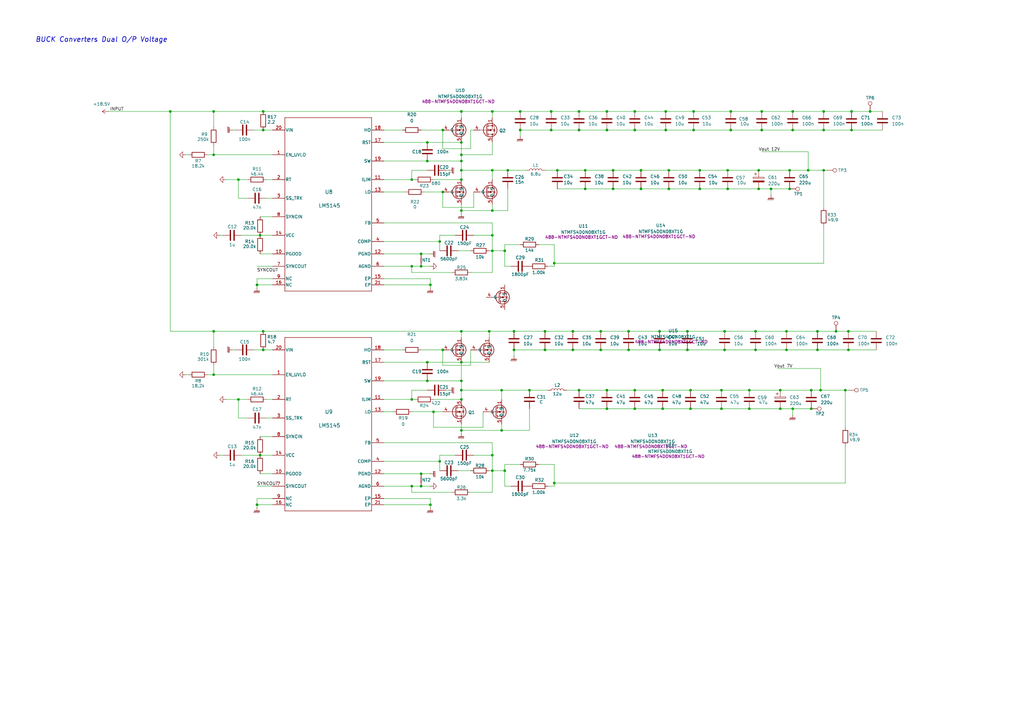
<source format=kicad_sch>
(kicad_sch (version 20231120) (generator "eeschema") (generator_version "8.0")
  (paper "A3")
  (junction (at 311.15 77.47))
  (junction (at 307.34 167.64))
  (junction (at 107.95 143.51))
  (junction (at 331.47 69.85))
  (junction (at 189.23 156.21))
  (junction (at 181.61 53.34))
  (junction (at 335.28 135.89))
  (junction (at 311.15 69.85))
  (junction (at 251.46 77.47))
  (junction (at 246.38 143.51))
  (junction (at 295.91 160.02))
  (junction (at 260.35 167.64))
  (junction (at 227.33 107.95))
  (junction (at 201.93 69.85))
  (junction (at 257.81 135.89))
  (junction (at 349.25 45.72))
  (junction (at 175.26 156.21))
  (junction (at 349.25 53.34))
  (junction (at 337.82 69.85))
  (junction (at 234.95 143.51))
  (junction (at 189.23 148.59))
  (junction (at 248.92 160.02))
  (junction (at 237.49 160.02))
  (junction (at 217.17 160.02))
  (junction (at 260.35 53.34))
  (junction (at 87.63 135.89))
  (junction (at 342.9 135.89))
  (junction (at 172.72 194.31))
  (junction (at 299.72 53.34))
  (junction (at 336.55 160.02))
  (junction (at 87.63 45.72))
  (junction (at 262.89 69.85))
  (junction (at 248.92 45.72))
  (junction (at 248.92 167.64))
  (junction (at 347.98 143.51))
  (junction (at 284.48 53.34))
  (junction (at 201.93 186.69))
  (junction (at 356.87 45.72))
  (junction (at 240.03 69.85))
  (junction (at 237.49 45.72))
  (junction (at 287.02 77.47))
  (junction (at 298.45 77.47))
  (junction (at 172.72 109.22))
  (junction (at 312.42 53.34))
  (junction (at 325.12 167.64))
  (junction (at 97.79 163.83))
  (junction (at 168.91 199.39))
  (junction (at 270.51 143.51))
  (junction (at 223.52 143.51))
  (junction (at 323.85 77.47))
  (junction (at 181.61 78.74))
  (junction (at 337.82 53.34))
  (junction (at 226.06 53.34))
  (junction (at 172.72 104.14))
  (junction (at 168.91 73.66))
  (junction (at 260.35 160.02))
  (junction (at 309.88 143.51))
  (junction (at 237.49 53.34))
  (junction (at 274.32 69.85))
  (junction (at 69.85 45.72))
  (junction (at 106.68 96.52))
  (junction (at 189.23 135.89))
  (junction (at 180.34 189.23))
  (junction (at 213.36 45.72))
  (junction (at 176.53 116.84))
  (junction (at 262.89 77.47))
  (junction (at 189.23 63.5))
  (junction (at 312.42 45.72))
  (junction (at 283.21 167.64))
  (junction (at 175.26 66.04))
  (junction (at 322.58 143.51))
  (junction (at 200.66 135.89))
  (junction (at 271.78 167.64))
  (junction (at 205.74 176.53))
  (junction (at 107.95 53.34))
  (junction (at 297.18 143.51))
  (junction (at 297.18 135.89))
  (junction (at 210.82 135.89))
  (junction (at 105.41 207.01))
  (junction (at 181.61 143.51))
  (junction (at 257.81 143.51))
  (junction (at 189.23 163.83))
  (junction (at 287.02 69.85))
  (junction (at 281.94 135.89))
  (junction (at 246.38 135.89))
  (junction (at 223.52 135.89))
  (junction (at 189.23 176.53))
  (junction (at 180.34 99.06))
  (junction (at 270.51 135.89))
  (junction (at 325.12 45.72))
  (junction (at 189.23 86.36))
  (junction (at 168.91 109.22))
  (junction (at 281.94 143.51))
  (junction (at 337.82 45.72))
  (junction (at 298.45 69.85))
  (junction (at 213.36 53.34))
  (junction (at 332.74 160.02))
  (junction (at 189.23 45.72))
  (junction (at 234.95 135.89))
  (junction (at 201.93 96.52))
  (junction (at 172.72 199.39))
  (junction (at 207.01 102.87))
  (junction (at 175.26 148.59))
  (junction (at 283.21 160.02))
  (junction (at 189.23 69.85))
  (junction (at 273.05 45.72))
  (junction (at 107.95 135.89))
  (junction (at 201.93 193.04))
  (junction (at 87.63 63.5))
  (junction (at 189.23 160.02))
  (junction (at 208.28 69.85))
  (junction (at 320.04 160.02))
  (junction (at 189.23 73.66))
  (junction (at 251.46 69.85))
  (junction (at 240.03 77.47))
  (junction (at 347.98 135.89))
  (junction (at 309.88 135.89))
  (junction (at 87.63 153.67))
  (junction (at 189.23 58.42))
  (junction (at 168.91 163.83))
  (junction (at 106.68 186.69))
  (junction (at 210.82 143.51))
  (junction (at 322.58 135.89))
  (junction (at 307.34 160.02))
  (junction (at 175.26 58.42))
  (junction (at 228.6 69.85))
  (junction (at 97.79 73.66))
  (junction (at 335.28 143.51))
  (junction (at 201.93 45.72))
  (junction (at 189.23 66.04))
  (junction (at 325.12 53.34))
  (junction (at 316.23 77.47))
  (junction (at 284.48 45.72))
  (junction (at 201.93 86.36))
  (junction (at 273.05 53.34))
  (junction (at 271.78 160.02))
  (junction (at 227.33 198.12))
  (junction (at 105.41 116.84))
  (junction (at 323.85 69.85))
  (junction (at 332.74 167.64))
  (junction (at 248.92 53.34))
  (junction (at 177.8 168.91))
  (junction (at 205.74 160.02))
  (junction (at 207.01 193.04))
  (junction (at 226.06 45.72))
  (junction (at 260.35 45.72))
  (junction (at 295.91 167.64))
  (junction (at 299.72 45.72))
  (junction (at 346.71 160.02))
  (junction (at 201.93 102.87))
  (junction (at 320.04 167.64))
  (junction (at 107.95 45.72))
  (junction (at 274.32 77.47))
  (junction (at 176.53 207.01))
  (wire (pts (xy 201.93 181.61) (xy 201.93 186.69)))
  (wire (pts (xy 189.23 86.36) (xy 201.93 86.36)))
  (wire (pts (xy 284.48 45.72) (xy 299.72 45.72)))
  (wire (pts (xy 325.12 170.18) (xy 325.12 167.64)))
  (wire (pts (xy 224.79 109.22) (xy 227.33 109.22)))
  (wire (pts (xy 251.46 77.47) (xy 262.89 77.47)))
  (wire (pts (xy 106.68 194.31) (xy 111.76 194.31)))
  (wire (pts (xy 349.25 45.72) (xy 356.87 45.72)))
  (wire (pts (xy 177.8 73.66) (xy 189.23 73.66)))
  (wire (pts (xy 220.98 100.33) (xy 227.33 100.33)))
  (wire (pts (xy 182.88 160.02) (xy 184.15 160.02)))
  (wire (pts (xy 205.74 160.02) (xy 217.17 160.02)))
  (wire (pts (xy 194.31 85.09) (xy 181.61 85.09)))
  (wire (pts (xy 312.42 45.72) (xy 325.12 45.72)))
  (wire (pts (xy 189.23 87.63) (xy 189.23 86.36)))
  (wire (pts (xy 201.93 91.44) (xy 201.93 96.52)))
  (wire (pts (xy 193.04 143.51) (xy 193.04 149.86)))
  (wire (pts (xy 207.01 100.33) (xy 207.01 102.87)))
  (wire (pts (xy 208.28 77.47) (xy 208.28 86.36)))
  (wire (pts (xy 168.91 109.22) (xy 172.72 109.22)))
  (wire (pts (xy 299.72 53.34) (xy 312.42 53.34)))
  (wire (pts (xy 177.8 175.26) (xy 177.8 168.91)))
  (wire (pts (xy 227.33 107.95) (xy 337.82 107.95)))
  (wire (pts (xy 194.31 186.69) (xy 201.93 186.69)))
  (wire (pts (xy 257.81 135.89) (xy 270.51 135.89)))
  (wire (pts (xy 189.23 86.36) (xy 189.23 83.82)))
  (wire (pts (xy 189.23 135.89) (xy 200.66 135.89)))
  (wire (pts (xy 207.01 199.39) (xy 209.55 199.39)))
  (wire (pts (xy 99.06 186.69) (xy 106.68 186.69)))
  (wire (pts (xy 205.74 160.02) (xy 205.74 163.83)))
  (wire (pts (xy 107.95 143.51) (xy 111.76 143.51)))
  (wire (pts (xy 96.52 53.34) (xy 95.25 53.34)))
  (wire (pts (xy 237.49 167.64) (xy 248.92 167.64)))
  (wire (pts (xy 336.55 160.02) (xy 346.71 160.02)))
  (wire (pts (xy 248.92 160.02) (xy 260.35 160.02)))
  (wire (pts (xy 186.69 96.52) (xy 180.34 96.52)))
  (wire (pts (xy 172.72 109.22) (xy 176.53 109.22)))
  (wire (pts (xy 168.91 201.93) (xy 185.42 201.93)))
  (wire (pts (xy 331.47 62.23) (xy 331.47 69.85)))
  (wire (pts (xy 234.95 135.89) (xy 246.38 135.89)))
  (wire (pts (xy 157.48 194.31) (xy 172.72 194.31)))
  (wire (pts (xy 273.05 45.72) (xy 284.48 45.72)))
  (wire (pts (xy 246.38 135.89) (xy 257.81 135.89)))
  (wire (pts (xy 105.41 207.01) (xy 111.76 207.01)))
  (wire (pts (xy 193.04 60.96) (xy 181.61 60.96)))
  (wire (pts (xy 273.05 53.34) (xy 284.48 53.34)))
  (wire (pts (xy 200.66 135.89) (xy 210.82 135.89)))
  (wire (pts (xy 172.72 143.51) (xy 181.61 143.51)))
  (wire (pts (xy 189.23 58.42) (xy 189.23 63.5)))
  (wire (pts (xy 287.02 69.85) (xy 298.45 69.85)))
  (wire (pts (xy 194.31 96.52) (xy 201.93 96.52)))
  (wire (pts (xy 90.17 96.52) (xy 91.44 96.52)))
  (wire (pts (xy 180.34 102.87) (xy 180.34 99.06)))
  (wire (pts (xy 107.95 53.34) (xy 111.76 53.34)))
  (wire (pts (xy 200.66 193.04) (xy 201.93 193.04)))
  (wire (pts (xy 168.91 69.85) (xy 168.91 73.66)))
  (wire (pts (xy 168.91 160.02) (xy 175.26 160.02)))
  (wire (pts (xy 105.41 116.84) (xy 105.41 118.11)))
  (wire (pts (xy 201.93 102.87) (xy 207.01 102.87)))
  (wire (pts (xy 260.35 160.02) (xy 271.78 160.02)))
  (wire (pts (xy 168.91 69.85) (xy 175.26 69.85)))
  (wire (pts (xy 283.21 167.64) (xy 295.91 167.64)))
  (wire (pts (xy 157.48 91.44) (xy 201.93 91.44)))
  (wire (pts (xy 180.34 96.52) (xy 180.34 99.06)))
  (wire (pts (xy 181.61 85.09) (xy 181.61 78.74)))
  (wire (pts (xy 201.93 69.85) (xy 201.93 73.66)))
  (wire (pts (xy 228.6 69.85) (xy 240.03 69.85)))
  (wire (pts (xy 104.14 53.34) (xy 107.95 53.34)))
  (wire (pts (xy 107.95 45.72) (xy 189.23 45.72)))
  (wire (pts (xy 217.17 167.64) (xy 217.17 176.53)))
  (wire (pts (xy 201.93 63.5) (xy 189.23 63.5)))
  (wire (pts (xy 213.36 45.72) (xy 226.06 45.72)))
  (wire (pts (xy 107.95 135.89) (xy 189.23 135.89)))
  (wire (pts (xy 240.03 69.85) (xy 251.46 69.85)))
  (wire (pts (xy 223.52 135.89) (xy 234.95 135.89)))
  (wire (pts (xy 260.35 45.72) (xy 273.05 45.72)))
  (wire (pts (xy 77.47 153.67) (xy 76.2 153.67)))
  (wire (pts (xy 270.51 143.51) (xy 281.94 143.51)))
  (wire (pts (xy 227.33 107.95) (xy 227.33 109.22)))
  (wire (pts (xy 170.18 163.83) (xy 168.91 163.83)))
  (wire (pts (xy 109.22 73.66) (xy 111.76 73.66)))
  (wire (pts (xy 322.58 135.89) (xy 335.28 135.89)))
  (wire (pts (xy 307.34 167.64) (xy 320.04 167.64)))
  (wire (pts (xy 189.23 63.5) (xy 189.23 66.04)))
  (wire (pts (xy 193.04 149.86) (xy 181.61 149.86)))
  (wire (pts (xy 176.53 114.3) (xy 176.53 116.84)))
  (wire (pts (xy 347.98 143.51) (xy 359.41 143.51)))
  (wire (pts (xy 201.93 186.69) (xy 201.93 193.04)))
  (wire (pts (xy 281.94 143.51) (xy 297.18 143.51)))
  (wire (pts (xy 87.63 59.69) (xy 87.63 63.5)))
  (wire (pts (xy 105.41 204.47) (xy 111.76 204.47)))
  (wire (pts (xy 227.33 100.33) (xy 227.33 107.95)))
  (wire (pts (xy 260.35 53.34) (xy 273.05 53.34)))
  (wire (pts (xy 189.23 45.72) (xy 201.93 45.72)))
  (wire (pts (xy 335.28 143.51) (xy 347.98 143.51)))
  (wire (pts (xy 274.32 77.47) (xy 287.02 77.47)))
  (wire (pts (xy 157.48 148.59) (xy 175.26 148.59)))
  (wire (pts (xy 105.41 114.3) (xy 111.76 114.3)))
  (wire (pts (xy 106.68 88.9) (xy 111.76 88.9)))
  (wire (pts (xy 168.91 199.39) (xy 172.72 199.39)))
  (wire (pts (xy 347.98 135.89) (xy 359.41 135.89)))
  (wire (pts (xy 87.63 153.67) (xy 85.09 153.67)))
  (wire (pts (xy 176.53 116.84) (xy 176.53 118.11)))
  (wire (pts (xy 227.33 190.5) (xy 227.33 198.12)))
  (wire (pts (xy 77.47 63.5) (xy 76.2 63.5)))
  (wire (pts (xy 217.17 160.02) (xy 224.79 160.02)))
  (wire (pts (xy 316.23 80.01) (xy 316.23 77.47)))
  (wire (pts (xy 189.23 45.72) (xy 189.23 48.26)))
  (wire (pts (xy 325.12 45.72) (xy 337.82 45.72)))
  (wire (pts (xy 97.79 73.66) (xy 101.6 73.66)))
  (wire (pts (xy 205.74 173.99) (xy 205.74 176.53)))
  (wire (pts (xy 109.22 163.83) (xy 111.76 163.83)))
  (wire (pts (xy 87.63 135.89) (xy 87.63 142.24)))
  (wire (pts (xy 104.14 143.51) (xy 107.95 143.51)))
  (wire (pts (xy 157.48 143.51) (xy 165.1 143.51)))
  (wire (pts (xy 283.21 160.02) (xy 295.91 160.02)))
  (wire (pts (xy 226.06 45.72) (xy 237.49 45.72)))
  (wire (pts (xy 336.55 160.02) (xy 332.74 160.02)))
  (wire (pts (xy 347.98 160.02) (xy 346.71 160.02)))
  (wire (pts (xy 175.26 156.21) (xy 189.23 156.21)))
  (wire (pts (xy 207.01 102.87) (xy 207.01 109.22)))
  (wire (pts (xy 189.23 148.59) (xy 200.66 148.59)))
  (wire (pts (xy 168.91 111.76) (xy 185.42 111.76)))
  (wire (pts (xy 251.46 69.85) (xy 262.89 69.85)))
  (wire (pts (xy 168.91 73.66) (xy 157.48 73.66)))
  (wire (pts (xy 105.41 109.22) (xy 111.76 109.22)))
  (wire (pts (xy 220.98 190.5) (xy 227.33 190.5)))
  (wire (pts (xy 69.85 135.89) (xy 87.63 135.89)))
  (wire (pts (xy 260.35 167.64) (xy 271.78 167.64)))
  (wire (pts (xy 339.09 69.85) (xy 337.82 69.85)))
  (wire (pts (xy 232.41 160.02) (xy 237.49 160.02)))
  (wire (pts (xy 223.52 69.85) (xy 228.6 69.85)))
  (wire (pts (xy 168.91 109.22) (xy 168.91 111.76)))
  (wire (pts (xy 335.28 135.89) (xy 342.9 135.89)))
  (wire (pts (xy 180.34 193.04) (xy 180.34 189.23)))
  (wire (pts (xy 248.92 53.34) (xy 260.35 53.34)))
  (wire (pts (xy 200.66 102.87) (xy 201.93 102.87)))
  (wire (pts (xy 189.23 176.53) (xy 189.23 177.8)))
  (wire (pts (xy 181.61 60.96) (xy 181.61 53.34)))
  (wire (pts (xy 320.04 160.02) (xy 332.74 160.02)))
  (wire (pts (xy 200.66 135.89) (xy 200.66 138.43)))
  (wire (pts (xy 176.53 207.01) (xy 176.53 208.28)))
  (wire (pts (xy 187.96 102.87) (xy 193.04 102.87)))
  (wire (pts (xy 287.02 77.47) (xy 298.45 77.47)))
  (wire (pts (xy 297.18 143.51) (xy 309.88 143.51)))
  (wire (pts (xy 97.79 81.28) (xy 101.6 81.28)))
  (wire (pts (xy 346.71 175.26) (xy 346.71 160.02)))
  (wire (pts (xy 87.63 135.89) (xy 107.95 135.89)))
  (wire (pts (xy 69.85 45.72) (xy 87.63 45.72)))
  (wire (pts (xy 325.12 167.64) (xy 332.74 167.64)))
  (wire (pts (xy 189.23 66.04) (xy 189.23 69.85)))
  (wire (pts (xy 349.25 53.34) (xy 361.95 53.34)))
  (wire (pts (xy 69.85 45.72) (xy 69.85 135.89)))
  (wire (pts (xy 193.04 201.93) (xy 201.93 201.93)))
  (wire (pts (xy 210.82 143.51) (xy 223.52 143.51)))
  (wire (pts (xy 274.32 69.85) (xy 287.02 69.85)))
  (wire (pts (xy 207.01 100.33) (xy 213.36 100.33)))
  (wire (pts (xy 201.93 45.72) (xy 213.36 45.72)))
  (wire (pts (xy 346.71 198.12) (xy 346.71 182.88)))
  (wire (pts (xy 186.69 186.69) (xy 180.34 186.69)))
  (wire (pts (xy 176.53 204.47) (xy 176.53 207.01)))
  (wire (pts (xy 172.72 199.39) (xy 176.53 199.39)))
  (wire (pts (xy 331.47 69.85) (xy 337.82 69.85)))
  (wire (pts (xy 201.93 69.85) (xy 208.28 69.85)))
  (wire (pts (xy 170.18 73.66) (xy 168.91 73.66)))
  (wire (pts (xy 194.31 53.34) (xy 193.04 53.34)))
  (wire (pts (xy 281.94 135.89) (xy 297.18 135.89)))
  (wire (pts (xy 90.17 186.69) (xy 91.44 186.69)))
  (wire (pts (xy 207.01 190.5) (xy 213.36 190.5)))
  (wire (pts (xy 187.96 193.04) (xy 193.04 193.04)))
  (wire (pts (xy 157.48 116.84) (xy 176.53 116.84)))
  (wire (pts (xy 157.48 114.3) (xy 176.53 114.3)))
  (wire (pts (xy 189.23 148.59) (xy 189.23 156.21)))
  (wire (pts (xy 189.23 135.89) (xy 189.23 138.43)))
  (wire (pts (xy 157.48 104.14) (xy 172.72 104.14)))
  (wire (pts (xy 201.93 83.82) (xy 201.93 86.36)))
  (wire (pts (xy 87.63 45.72) (xy 87.63 52.07)))
  (wire (pts (xy 257.81 143.51) (xy 270.51 143.51)))
  (wire (pts (xy 87.63 63.5) (xy 85.09 63.5)))
  (wire (pts (xy 237.49 160.02) (xy 248.92 160.02)))
  (wire (pts (xy 201.93 45.72) (xy 201.93 48.26)))
  (wire (pts (xy 201.93 193.04) (xy 201.93 201.93)))
  (wire (pts (xy 168.91 160.02) (xy 168.91 163.83)))
  (wire (pts (xy 271.78 160.02) (xy 283.21 160.02)))
  (wire (pts (xy 168.91 109.22) (xy 157.48 109.22)))
  (wire (pts (xy 97.79 81.28) (xy 97.79 73.66)))
  (wire (pts (xy 323.85 69.85) (xy 331.47 69.85)))
  (wire (pts (xy 298.45 77.47) (xy 311.15 77.47)))
  (wire (pts (xy 193.04 53.34) (xy 193.04 60.96)))
  (wire (pts (xy 271.78 167.64) (xy 283.21 167.64)))
  (wire (pts (xy 168.91 199.39) (xy 168.91 201.93)))
  (wire (pts (xy 270.51 135.89) (xy 281.94 135.89)))
  (wire (pts (xy 175.26 148.59) (xy 189.23 148.59)))
  (wire (pts (xy 189.23 176.53) (xy 205.74 176.53)))
  (wire (pts (xy 201.93 86.36) (xy 208.28 86.36)))
  (wire (pts (xy 157.48 207.01) (xy 176.53 207.01)))
  (wire (pts (xy 198.12 168.91) (xy 198.12 175.26)))
  (wire (pts (xy 342.9 135.89) (xy 347.98 135.89)))
  (wire (pts (xy 157.48 78.74) (xy 166.37 78.74)))
  (wire (pts (xy 322.58 143.51) (xy 335.28 143.51)))
  (wire (pts (xy 180.34 186.69) (xy 180.34 189.23)))
  (wire (pts (xy 201.93 96.52) (xy 201.93 102.87)))
  (wire (pts (xy 97.79 171.45) (xy 97.79 163.83)))
  (wire (pts (xy 87.63 45.72) (xy 107.95 45.72)))
  (wire (pts (xy 356.87 45.72) (xy 361.95 45.72)))
  (wire (pts (xy 109.22 81.28) (xy 111.76 81.28)))
  (wire (pts (xy 157.48 204.47) (xy 176.53 204.47)))
  (wire (pts (xy 227.33 198.12) (xy 346.71 198.12)))
  (wire (pts (xy 157.48 168.91) (xy 161.29 168.91)))
  (wire (pts (xy 168.91 168.91) (xy 177.8 168.91)))
  (wire (pts (xy 299.72 45.72) (xy 312.42 45.72)))
  (wire (pts (xy 210.82 135.89) (xy 223.52 135.89)))
  (wire (pts (xy 295.91 160.02) (xy 307.34 160.02)))
  (wire (pts (xy 201.93 58.42) (xy 201.93 63.5)))
  (wire (pts (xy 320.04 167.64) (xy 325.12 167.64)))
  (wire (pts (xy 106.68 104.14) (xy 111.76 104.14)))
  (wire (pts (xy 168.91 199.39) (xy 157.48 199.39)))
  (wire (pts (xy 92.71 73.66) (xy 97.79 73.66)))
  (wire (pts (xy 157.48 181.61) (xy 201.93 181.61)))
  (wire (pts (xy 189.23 160.02) (xy 205.74 160.02)))
  (wire (pts (xy 168.91 163.83) (xy 157.48 163.83)))
  (wire (pts (xy 105.41 114.3) (xy 105.41 116.84)))
  (wire (pts (xy 223.52 143.51) (xy 234.95 143.51)))
  (wire (pts (xy 105.41 199.39) (xy 111.76 199.39)))
  (wire (pts (xy 109.22 171.45) (xy 111.76 171.45)))
  (wire (pts (xy 208.28 69.85) (xy 215.9 69.85)))
  (wire (pts (xy 325.12 53.34) (xy 337.82 53.34)))
  (wire (pts (xy 177.8 168.91) (xy 181.61 168.91)))
  (wire (pts (xy 99.06 96.52) (xy 106.68 96.52)))
  (wire (pts (xy 237.49 53.34) (xy 248.92 53.34)))
  (wire (pts (xy 44.45 45.72) (xy 69.85 45.72)))
  (wire (pts (xy 189.23 156.21) (xy 189.23 160.02)))
  (wire (pts (xy 207.01 109.22) (xy 209.55 109.22)))
  (wire (pts (xy 201.93 193.04) (xy 207.01 193.04)))
  (wire (pts (xy 237.49 45.72) (xy 248.92 45.72)))
  (wire (pts (xy 262.89 69.85) (xy 274.32 69.85)))
  (wire (pts (xy 226.06 53.34) (xy 237.49 53.34)))
  (wire (pts (xy 307.34 160.02) (xy 320.04 160.02)))
  (wire (pts (xy 175.26 66.04) (xy 189.23 66.04)))
  (wire (pts (xy 336.55 151.13) (xy 336.55 160.02)))
  (wire (pts (xy 210.82 146.05) (xy 210.82 143.51)))
  (wire (pts (xy 311.15 69.85) (xy 323.85 69.85)))
  (wire (pts (xy 207.01 190.5) (xy 207.01 193.04)))
  (wire (pts (xy 201.93 102.87) (xy 201.93 111.76)))
  (wire (pts (xy 198.12 175.26) (xy 177.8 175.26)))
  (wire (pts (xy 316.23 77.47) (xy 323.85 77.47)))
  (wire (pts (xy 337.82 85.09) (xy 337.82 69.85)))
  (wire (pts (xy 228.6 77.47) (xy 240.03 77.47)))
  (wire (pts (xy 87.63 153.67) (xy 111.76 153.67)))
  (wire (pts (xy 173.99 78.74) (xy 181.61 78.74)))
  (wire (pts (xy 106.68 179.07) (xy 111.76 179.07)))
  (wire (pts (xy 189.23 69.85) (xy 201.93 69.85)))
  (wire (pts (xy 298.45 69.85) (xy 311.15 69.85)))
  (wire (pts (xy 157.48 189.23) (xy 180.34 189.23)))
  (wire (pts (xy 189.23 176.53) (xy 189.23 173.99)))
  (wire (pts (xy 331.47 62.23) (xy 312.42 62.23)))
  (wire (pts (xy 193.04 111.76) (xy 201.93 111.76)))
  (wire (pts (xy 175.26 58.42) (xy 189.23 58.42)))
  (wire (pts (xy 295.91 167.64) (xy 307.34 167.64)))
  (wire (pts (xy 96.52 143.51) (xy 95.25 143.51)))
  (wire (pts (xy 176.53 194.31) (xy 172.72 194.31)))
  (wire (pts (xy 246.38 143.51) (xy 257.81 143.51)))
  (wire (pts (xy 176.53 104.14) (xy 172.72 104.14)))
  (wire (pts (xy 157.48 53.34) (xy 165.1 53.34)))
  (wire (pts (xy 224.79 199.39) (xy 227.33 199.39)))
  (wire (pts (xy 194.31 78.74) (xy 194.31 85.09)))
  (wire (pts (xy 181.61 149.86) (xy 181.61 143.51)))
  (wire (pts (xy 337.82 53.34) (xy 349.25 53.34)))
  (wire (pts (xy 312.42 53.34) (xy 325.12 53.34)))
  (wire (pts (xy 106.68 96.52) (xy 111.76 96.52)))
  (wire (pts (xy 92.71 163.83) (xy 97.79 163.83)))
  (wire (pts (xy 284.48 53.34) (xy 299.72 53.34)))
  (wire (pts (xy 337.82 107.95) (xy 337.82 92.71)))
  (wire (pts (xy 207.01 193.04) (xy 207.01 199.39)))
  (wire (pts (xy 97.79 163.83) (xy 101.6 163.83)))
  (wire (pts (xy 87.63 149.86) (xy 87.63 153.67)))
  (wire (pts (xy 105.41 204.47) (xy 105.41 207.01)))
  (wire (pts (xy 157.48 99.06) (xy 180.34 99.06)))
  (wire (pts (xy 105.41 207.01) (xy 105.41 208.28)))
  (wire (pts (xy 234.95 143.51) (xy 246.38 143.51)))
  (wire (pts (xy 205.74 176.53) (xy 217.17 176.53)))
  (wire (pts (xy 157.48 58.42) (xy 175.26 58.42)))
  (wire (pts (xy 311.15 77.47) (xy 316.23 77.47)))
  (wire (pts (xy 213.36 53.34) (xy 226.06 53.34)))
  (wire (pts (xy 213.36 55.88) (xy 213.36 53.34)))
  (wire (pts (xy 105.41 116.84) (xy 111.76 116.84)))
  (wire (pts (xy 309.88 143.51) (xy 322.58 143.51)))
  (wire (pts (xy 189.23 69.85) (xy 189.23 73.66)))
  (wire (pts (xy 177.8 163.83) (xy 189.23 163.83)))
  (wire (pts (xy 240.03 77.47) (xy 251.46 77.47)))
  (wire (pts (xy 336.55 151.13) (xy 318.77 151.13)))
  (wire (pts (xy 97.79 171.45) (xy 101.6 171.45)))
  (wire (pts (xy 248.92 45.72) (xy 260.35 45.72)))
  (wire (pts (xy 157.48 156.21) (xy 175.26 156.21)))
  (wire (pts (xy 309.88 135.89) (xy 322.58 135.89)))
  (wire (pts (xy 297.18 135.89) (xy 309.88 135.89)))
  (wire (pts (xy 106.68 186.69) (xy 111.76 186.69)))
  (wire (pts (xy 172.72 53.34) (xy 181.61 53.34)))
  (wire (pts (xy 87.63 63.5) (xy 111.76 63.5)))
  (wire (pts (xy 248.92 167.64) (xy 260.35 167.64)))
  (wire (pts (xy 157.48 66.04) (xy 175.26 66.04)))
  (wire (pts (xy 337.82 45.72) (xy 349.25 45.72)))
  (wire (pts (xy 227.33 199.39) (xy 227.33 198.12)))
  (wire (pts (xy 189.23 160.02) (xy 189.23 163.83)))
  (wire (pts (xy 262.89 77.47) (xy 274.32 77.47)))
  (wire (pts (xy 182.88 69.85) (xy 184.15 69.85)))
  (text "BUCK Converters Dual O/P Voltage\n" (at 14.478 17.526 0) (effects (font (size 2 2) (thickness 0.254) (bold yes) (italic yes)) (justify left bottom)))
  (label "Vout 12V" (at 311.15 62.23 0))
  (label "Vout 7V" (at 317.5 151.13 0))
  (label "SYNCOUT" (at 105.41 199.39 0))
  (label "INPUT" (at 50.8 45.72 180))
  (label "SYNCOUT" (at 105.41 111.76 0))
  (symbol (lib_id "Device:C") (at 228.6 73.66 0) (unit 1)
    (property "Reference" "C34" (at 231.14 72.3899 0) (effects (justify left)))
    (property "Value" "10u" (at 231.14 74.9299 0) (effects (justify left)))
    (property "Footprint" "Capacitor_SMD:C_1210_3225Metric" (effects (hide yes)))
    (property "Description" "Unpolarized capacitor" (effects (hide yes)))
  )
  (symbol (lib_id "Device:C_Polarized") (at 320.04 163.83 0) (unit 1)
    (property "Reference" "C63" (at 323.85 162.9409 0) (effects (justify left)))
    (property "Value" "220u" (at 323.85 165.4809 0) (effects (justify left)))
    (property "Footprint" "Capacitor_SMD:C_0603_1608Metric" (effects (hide yes)))
    (property "Description" "Polarized capacitor" (effects (hide yes)))
  )
  (symbol (lib_id "Device:C") (at 184.15 102.87 90) (unit 1)
    (property "Reference" "C22" (at 184.15 99.568 90))
    (property "Value" "5600pF" (at 184.15 106.172 90))
    (property "Footprint" "Capacitor_SMD:C_0603_1608Metric" (effects (hide yes)))
    (property "Description" "Unpolarized capacitor" (effects (hide yes)))
  )
  (symbol (lib_id "Connector:TestPoint") (at 356.87 45.72 0) (unit 1)
    (property "Reference" "TP6" (at 355.092 40.132 0) (effects (justify left)))
    (property "Value" "TestPoint" (effects (hide yes)))
    (property "Description" "test point" (effects (hide yes)))
  )
  (symbol (lib_id "Device:R") (at 81.28 63.5 90) (unit 1)
    (property "Reference" "R7" (at 81.28 66.04 90))
    (property "Value" "18.2k" (at 81.28 68.072 90))
    (property "Footprint" "Resistor_SMD:R_0603_1608Metric" (effects (hide yes)))
    (property "Description" "Resistor" (effects (hide yes)))
  )
  (symbol (lib_id "power:GNDPWR") (at 316.23 80.01 0) (unit 1)
    (property "Reference" "#PWR053" (effects (hide yes)))
    (property "Value" "GNDPWR" (effects (hide yes)))
    (property "Description" "Power symbol creates a global label with name \"GNDPWR\" , global ground" (effects (hide yes)))
  )
  (symbol (lib_id "Device:C") (at 298.45 73.66 0) (unit 1)
    (property "Reference" "C57" (at 301.752 72.898 0) (effects (justify left)))
    (property "Value" "10u" (at 302.26 74.9299 0) (effects (justify left)))
    (property "Footprint" "Capacitor_SMD:C_1210_3225Metric" (effects (hide yes)))
    (property "Description" "Unpolarized capacitor" (effects (hide yes)))
  )
  (symbol (lib_id "Device:C") (at 208.28 73.66 0) (unit 1)
    (property "Reference" "C26" (at 213.106 72.644 0))
    (property "Value" "15n" (at 213.106 74.676 0))
    (property "Footprint" "Capacitor_SMD:C_0603_1608Metric" (effects (hide yes)))
    (property "Description" "Unpolarized capacitor" (effects (hide yes)))
  )
  (symbol (lib_id "power:GNDPWR") (at 105.41 118.11 0) (unit 1)
    (property "Reference" "#PWR039" (effects (hide yes)))
    (property "Value" "GNDPWR" (effects (hide yes)))
    (property "Description" "Power symbol creates a global label with name \"GNDPWR\" , global ground" (effects (hide yes)))
  )
  (symbol (lib_id "power:GNDPWR") (at 210.82 146.05 0) (unit 1)
    (property "Reference" "#PWR051" (effects (hide yes)))
    (property "Value" "GNDPWR" (effects (hide yes)))
    (property "Description" "Power symbol creates a global label with name \"GNDPWR\" , global ground" (effects (hide yes)))
  )
  (symbol (lib_id "Device:C") (at 100.33 143.51 90) (unit 1)
    (property "Reference" "C15" (at 100.33 140.208 90))
    (property "Value" "100n" (at 100.33 147.32 90))
    (property "Footprint" "Capacitor_SMD:C_0603_1608Metric" (effects (hide yes)))
    (property "Description" "Unpolarized capacitor" (effects (hide yes)))
  )
  (symbol (lib_id "Device:C") (at 95.25 96.52 90) (unit 1)
    (property "Reference" "C12" (at 95.25 92.964 90))
    (property "Value" "1u" (at 95.25 100.33 90))
    (property "Footprint" "Capacitor_SMD:C_0603_1608Metric" (effects (hide yes)))
    (property "Description" "Unpolarized capacitor" (effects (hide yes)))
  )
  (symbol (lib_id "Device:R") (at 196.85 102.87 90) (unit 1)
    (property "Reference" "R27" (at 197.104 100.584 90))
    (property "Value" "10k" (at 196.85 105.41 90))
    (property "Footprint" "Resistor_SMD:R_0603_1608Metric" (effects (hide yes)))
    (property "Description" "Resistor" (effects (hide yes)))
  )
  (symbol (lib_id "power:GND") (at 76.2 63.5 270) (unit 1)
    (property "Reference" "#PWR031" (effects (hide yes)))
    (property "Value" "GND" (effects (hide yes)))
    (property "Description" "Power symbol creates a global label with name \"GND\" , ground" (effects (hide yes)))
  )
  (symbol (lib_id "Device:C") (at 297.18 139.7 0) (unit 1)
    (property "Reference" "C56" (at 300.99 138.4299 0) (effects (justify left)))
    (property "Value" "10u" (at 300.99 140.9699 0) (effects (justify left)))
    (property "Footprint" "Capacitor_SMD:C_1210_3225Metric" (effects (hide yes)))
    (property "Description" "Unpolarized capacitor" (effects (hide yes)))
  )
  (symbol (lib_id "Device:R") (at 106.68 190.5 0) (unit 1)
    (property "Reference" "R16" (at 102.362 189.23 0))
    (property "Value" "20.0k" (at 102.362 191.262 0))
    (property "Footprint" "Resistor_SMD:R_0603_1608Metric" (effects (hide yes)))
    (property "Description" "Resistor" (effects (hide yes)))
  )
  (symbol (lib_id "power:GNDPWR") (at 176.53 118.11 0) (unit 1)
    (property "Reference" "#PWR043" (effects (hide yes)))
    (property "Value" "GNDPWR" (effects (hide yes)))
    (property "Description" "Power symbol creates a global label with name \"GNDPWR\" , global ground" (effects (hide yes)))
  )
  (symbol (lib_id "Device:C") (at 190.5 96.52 90) (unit 1)
    (property "Reference" "C24" (at 190.5 93.218 90))
    (property "Value" "150pF" (at 190.5 99.822 90))
    (property "Footprint" "Capacitor_SMD:C_0603_1608Metric" (effects (hide yes)))
    (property "Description" "Unpolarized capacitor" (effects (hide yes)))
  )
  (symbol (lib_id "Device:C") (at 322.58 139.7 0) (unit 1)
    (property "Reference" "C64" (at 326.39 138.4299 0) (effects (justify left)))
    (property "Value" "100n" (at 326.39 140.9699 0) (effects (justify left)))
    (property "Footprint" "Capacitor_SMD:C_0603_1608Metric" (effects (hide yes)))
    (property "Description" "Unpolarized capacitor" (effects (hide yes)))
  )
  (symbol (lib_id "power:GND") (at 90.17 96.52 270) (unit 1)
    (property "Reference" "#PWR033" (effects (hide yes)))
    (property "Value" "GND" (effects (hide yes)))
    (property "Description" "Power symbol creates a global label with name \"GND\" , ground" (effects (hide yes)))
  )
  (symbol (lib_id "Device:C") (at 248.92 163.83 0) (unit 1)
    (property "Reference" "C41" (at 252.73 162.5599 0) (effects (justify left)))
    (property "Value" "47u" (at 252.73 165.0999 0) (effects (justify left)))
    (property "Footprint" "Capacitor_SMD:C_1210_3225Metric" (effects (hide yes)))
    (property "Description" "Unpolarized capacitor" (effects (hide yes)))
  )
  (symbol (lib_id "Device:C") (at 323.85 73.66 0) (unit 1)
    (property "Reference" "C65" (at 327.66 72.39 0) (effects (justify left)))
    (property "Value" "220u" (at 327.66 74.93 0) (effects (justify left)))
    (property "Footprint" "Capacitor_SMD:C_0603_1608Metric" (effects (hide yes)))
    (property "Description" "Unpolarized capacitor" (effects (hide yes)))
  )
  (symbol (lib_id "power:GNDPWR") (at 189.23 87.63 0) (unit 1)
    (property "Reference" "#PWR049" (effects (hide yes)))
    (property "Value" "GNDPWR" (effects (hide yes)))
    (property "Description" "Power symbol creates a global label with name \"GNDPWR\" , global ground" (effects (hide yes)))
  )
  (symbol (lib_id "Connector:TestPoint") (at 342.9 135.89 0) (unit 1)
    (property "Reference" "TP4" (at 341.122 130.302 0) (effects (justify left)))
    (property "Value" "TestPoint" (effects (hide yes)))
    (property "Description" "test point" (effects (hide yes)))
  )
  (symbol (lib_id "Device:C") (at 213.36 109.22 90) (unit 1)
    (property "Reference" "C29" (at 213.36 105.664 90))
    (property "Value" "1800pF" (at 213.36 112.522 90))
    (property "Footprint" "Capacitor_SMD:C_0603_1608Metric" (effects (hide yes)))
    (property "Description" "Unpolarized capacitor" (effects (hide yes)))
  )
  (symbol (lib_id "Device:R") (at 81.28 153.67 90) (unit 1)
    (property "Reference" "R8" (at 81.28 156.21 90))
    (property "Value" "18.2k" (at 81.28 158.242 90))
    (property "Footprint" "Resistor_SMD:R_0603_1608Metric" (effects (hide yes)))
    (property "Description" "Resistor" (effects (hide yes)))
  )
  (symbol (lib_id "Device:C") (at 287.02 73.66 0) (unit 1)
    (property "Reference" "C54" (at 290.322 72.39 0) (effects (justify left)))
    (property "Value" "10u" (at 290.576 74.93 0) (effects (justify left)))
    (property "Footprint" "Capacitor_SMD:C_1210_3225Metric" (effects (hide yes)))
    (property "Description" "Unpolarized capacitor" (effects (hide yes)))
  )
  (symbol (lib_id "Transistor_FET:CSD18563Q5A") (at 199.39 53.34 0) (mirror x) (unit 1)
    (property "Reference" "Q2" (at 204.724 53.594 0) (effects (justify left)))
    (property "Value" "NTMFS4D0N08XT1G" (effects (hide yes)))
    (property "Footprint" "ecocad_lib_footprints:PowerMosDFNHybrid" (effects (hide yes)))
    (property "Datasheet" "http://www.ti.com/lit/gpn/csd18563q5a" (effects (hide yes)))
    (property "Description" "100A Id, 60V Vds, NexFET N-Channel Power MOSFET, 6.8mOhm Ron, 15nC Qg(typ), SON8 5x6mm" (effects (hide yes)))
  )
  (symbol (lib_id "power:GNDPWR") (at 325.12 170.18 0) (unit 1)
    (property "Reference" "#PWR054" (effects (hide yes)))
    (property "Value" "GNDPWR" (effects (hide yes)))
    (property "Description" "Power symbol creates a global label with name \"GNDPWR\" , global ground" (effects (hide yes)))
  )
  (symbol (lib_id "power:GNDPWR") (at 95.25 53.34 270) (unit 1)
    (property "Reference" "#PWR037" (effects (hide yes)))
    (property "Value" "GNDPWR" (effects (hide yes)))
    (property "Description" "Power symbol creates a global label with name \"GNDPWR\" , global ground" (effects (hide yes)))
  )
  (symbol (lib_id "Connector:TestPoint") (at 347.98 160.02 270) (unit 1)
    (property "Reference" "TP5" (at 352.552 160.02 90) (effects (justify left)))
    (property "Value" "TestPoint" (effects (hide yes)))
    (property "Description" "test point" (effects (hide yes)))
  )
  (symbol (lib_name "NTMFS4D0N08XT1G_1") (lib_id "ecocad_lib_symbols:NTMFS4D0N08XT1G") (at 189.23 78.74 0) (mirror x) (unit 1)
    (property "Reference" "U11" (at 239.268 92.71 0))
    (property "Value" "NTMFS4D0N08XT1G" (at 239.268 95.25 0))
    (property "Footprint" "ecocad_lib_footprints:PowerMosDFNHybrid" (effects (hide yes)))
    (property "Datasheet" "https://www.onsemi.com/download/data-sheet/pdf/ntmfs4d0n08x-d.pdf" (effects (hide yes)))
    (property "Description" "N-Channel 80 V 119A (Tc) 107W (Tc) Surface Mount 5-DFN (5x6) (8-SOFL)" (effects (hide yes)))
    (property "DK#" "488-NTMFS4D0N08XT1GCT-ND" (at 238.506 97.282 0))
  )
  (symbol (lib_id "Device:R") (at 107.95 49.53 0) (unit 1)
    (property "Reference" "R17" (at 111.506 48.006 0))
    (property "Value" "2.2" (at 111.252 50.038 0))
    (property "Footprint" "Resistor_SMD:R_0603_1608Metric" (effects (hide yes)))
    (property "Description" "Resistor" (effects (hide yes)))
  )
  (symbol (lib_id "Device:R") (at 337.82 88.9 180) (unit 1)
    (property "Reference" "R33" (at 341.122 88.138 0))
    (property "Value" "49.9" (at 341.63 90.17 0))
    (property "Footprint" "Resistor_SMD:R_0603_1608Metric" (effects (hide yes)))
    (property "Description" "Resistor" (effects (hide yes)))
  )
  (symbol (lib_id "Device:C") (at 213.36 49.53 0) (unit 1)
    (property "Reference" "C28" (at 217.17 48.2599 0) (effects (justify left)))
    (property "Value" "10u" (at 217.17 50.7999 0) (effects (justify left)))
    (property "Footprint" "Capacitor_SMD:C_1210_3225Metric" (effects (hide yes)))
    (property "Description" "Unpolarized capacitor" (effects (hide yes)))
  )
  (symbol (lib_id "Device:C") (at 210.82 139.7 0) (unit 1)
    (property "Reference" "C27" (at 214.63 138.4299 0) (effects (justify left)))
    (property "Value" "10u" (at 214.63 140.9699 0) (effects (justify left)))
    (property "Footprint" "Capacitor_SMD:C_1210_3225Metric" (effects (hide yes)))
    (property "Description" "Unpolarized capacitor" (effects (hide yes)))
  )
  (symbol (lib_id "Device:R") (at 168.91 53.34 90) (unit 1)
    (property "Reference" "R20" (at 168.91 46.99 90))
    (property "Value" "0" (at 168.91 49.53 90))
    (property "Footprint" "Resistor_SMD:R_0603_1608Metric" (effects (hide yes)))
    (property "Description" "Resistor" (effects (hide yes)))
  )
  (symbol (lib_id "Connector:TestPoint") (at 323.85 77.47 270) (unit 1)
    (property "Reference" "TP1" (at 325.628 79.502 90) (effects (justify left)))
    (property "Value" "TestPoint" (effects (hide yes)))
    (property "Description" "test point" (effects (hide yes)))
  )
  (symbol (lib_id "Device:C") (at 307.34 163.83 0) (unit 1)
    (property "Reference" "C59" (at 310.642 163.068 0) (effects (justify left)))
    (property "Value" "47u" (at 311.15 165.0999 0) (effects (justify left)))
    (property "Footprint" "Capacitor_SMD:C_1210_3225Metric" (effects (hide yes)))
    (property "Description" "Unpolarized capacitor" (effects (hide yes)))
  )
  (symbol (lib_id "Device:C") (at 248.92 49.53 0) (unit 1)
    (property "Reference" "C40" (at 252.73 48.2599 0) (effects (justify left)))
    (property "Value" "10u" (at 252.73 50.7999 0) (effects (justify left)))
    (property "Footprint" "Capacitor_SMD:C_1210_3225Metric" (effects (hide yes)))
    (property "Description" "Unpolarized capacitor" (effects (hide yes)))
  )
  (symbol (lib_id "2024-07-27_02-47-30:LM5145RGYR") (at 134.62 173.99 0) (unit 1)
    (property "Reference" "U9" (at 134.874 168.91 0) (effects (font (size 1.524 1.524))))
    (property "Value" "LM5145" (at 135.128 174.498 0) (effects (font (size 1.524 1.524))))
    (property "Footprint" "ecocad_lib_footprints:RGY0024F-MFG" (effects (hide yes)))
    (property "Datasheet" "LM5145RGYR" (effects (hide yes)))
  )
  (symbol (lib_id "power:GNDPWR") (at 189.23 177.8 0) (unit 1)
    (property "Reference" "#PWR050" (effects (hide yes)))
    (property "Value" "GNDPWR" (effects (hide yes)))
    (property "Description" "Power symbol creates a global label with name \"GNDPWR\" , global ground" (effects (hide yes)))
  )
  (symbol (lib_id "Device:C") (at 179.07 69.85 270) (unit 1)
    (property "Reference" "C20" (at 182.118 68.58 90))
    (property "Value" "15pF" (at 182.626 71.374 90))
    (property "Footprint" "Capacitor_SMD:C_0603_1608Metric" (effects (hide yes)))
    (property "Description" "Unpolarized capacitor" (effects (hide yes)))
  )
  (symbol (lib_id "power:GNDPWR") (at 184.15 160.02 90) (unit 1)
    (property "Reference" "#PWR048" (effects (hide yes)))
    (property "Value" "GNDPWR" (effects (hide yes)))
    (property "Description" "Power symbol creates a global label with name \"GNDPWR\" , global ground" (effects (hide yes)))
  )
  (symbol (lib_id "Device:C") (at 105.41 81.28 90) (unit 1)
    (property "Reference" "C16" (at 105.41 77.724 90))
    (property "Value" "47n" (at 105.41 85.09 90))
    (property "Footprint" "Capacitor_SMD:C_0603_1608Metric" (effects (hide yes)))
    (property "Description" "Unpolarized capacitor" (effects (hide yes)))
  )
  (symbol (lib_id "Device:C") (at 237.49 49.53 0) (unit 1)
    (property "Reference" "C36" (at 241.3 48.2599 0) (effects (justify left)))
    (property "Value" "10u" (at 241.3 50.7999 0) (effects (justify left)))
    (property "Footprint" "Capacitor_SMD:C_1210_3225Metric" (effects (hide yes)))
    (property "Description" "Unpolarized capacitor" (effects (hide yes)))
  )
  (symbol (lib_id "Device:C") (at 299.72 49.53 0) (unit 1)
    (property "Reference" "C58" (at 303.022 48.768 0) (effects (justify left)))
    (property "Value" "10u" (at 303.53 50.7999 0) (effects (justify left)))
    (property "Footprint" "Capacitor_SMD:C_1210_3225Metric" (effects (hide yes)))
    (property "Description" "Unpolarized capacitor" (effects (hide yes)))
  )
  (symbol (lib_id "Device:C") (at 281.94 139.7 0) (unit 1)
    (property "Reference" "C51" (at 285.242 138.938 0) (effects (justify left)))
    (property "Value" "10u" (at 285.75 140.9699 0) (effects (justify left)))
    (property "Footprint" "Capacitor_SMD:C_1210_3225Metric" (effects (hide yes)))
    (property "Description" "Unpolarized capacitor" (effects (hide yes)))
  )
  (symbol (lib_name "NTMFS4D0N08XT1G_1") (lib_id "ecocad_lib_symbols:NTMFS4D0N08XT1G") (at 200.66 143.51 0) (mirror x) (unit 1)
    (property "Reference" "U13" (at 267.716 178.562 0))
    (property "Value" "NTMFS4D0N08XT1G" (at 267.716 181.102 0))
    (property "Footprint" "ecocad_lib_footprints:PowerMosDFNHybrid" (effects (hide yes)))
    (property "Datasheet" "https://www.onsemi.com/download/data-sheet/pdf/ntmfs4d0n08x-d.pdf" (effects (hide yes)))
    (property "Description" "N-Channel 80 V 119A (Tc) 107W (Tc) Surface Mount 5-DFN (5x6) (8-SOFL)" (effects (hide yes)))
    (property "DK#" "488-NTMFS4D0N08XT1GCT-ND" (at 266.954 183.134 0))
  )
  (symbol (lib_id "power:+12V") (at 44.45 45.72 90) (unit 1)
    (property "Reference" "#PWR030" (effects (hide yes)))
    (property "Value" "+18.5V" (at 41.656 42.672 90))
    (property "Description" "Power symbol creates a global label with name \"+12V\"" (effects (hide yes)))
  )
  (symbol (lib_id "Device:R") (at 168.91 143.51 90) (unit 1)
    (property "Reference" "R21" (at 168.91 137.16 90))
    (property "Value" "0" (at 168.91 139.7 90))
    (property "Footprint" "Resistor_SMD:R_0603_1608Metric" (effects (hide yes)))
    (property "Description" "Resistor" (effects (hide yes)))
  )
  (symbol (lib_id "Device:C") (at 335.28 139.7 0) (unit 1)
    (property "Reference" "C68" (at 339.09 138.4299 0) (effects (justify left)))
    (property "Value" "100n" (at 339.09 140.9699 0) (effects (justify left)))
    (property "Footprint" "Capacitor_SMD:C_0603_1608Metric" (effects (hide yes)))
    (property "Description" "Unpolarized capacitor" (effects (hide yes)))
  )
  (symbol (lib_id "Device:C") (at 325.12 49.53 0) (unit 1)
    (property "Reference" "C66" (at 328.93 48.2599 0) (effects (justify left)))
    (property "Value" "100n" (at 328.93 50.7999 0) (effects (justify left)))
    (property "Footprint" "Capacitor_SMD:C_0603_1608Metric" (effects (hide yes)))
    (property "Description" "Unpolarized capacitor" (effects (hide yes)))
  )
  (symbol (lib_id "Device:C") (at 190.5 186.69 90) (unit 1)
    (property "Reference" "C25" (at 190.5 183.388 90))
    (property "Value" "150pF" (at 190.5 189.992 90))
    (property "Footprint" "Capacitor_SMD:C_0603_1608Metric" (effects (hide yes)))
    (property "Description" "Unpolarized capacitor" (effects (hide yes)))
  )
  (symbol (lib_id "power:GND") (at 176.53 109.22 90) (unit 1)
    (property "Reference" "#PWR042" (effects (hide yes)))
    (property "Value" "GND" (effects (hide yes)))
    (property "Description" "Power symbol creates a global label with name \"GND\" , ground" (effects (hide yes)))
  )
  (symbol (lib_id "Device:C") (at 274.32 73.66 0) (unit 1)
    (property "Reference" "C50" (at 278.13 72.3899 0) (effects (justify left)))
    (property "Value" "10u" (at 278.13 74.9299 0) (effects (justify left)))
    (property "Footprint" "Capacitor_SMD:C_1210_3225Metric" (effects (hide yes)))
    (property "Description" "Unpolarized capacitor" (effects (hide yes)))
  )
  (symbol (lib_id "Device:C") (at 312.42 49.53 0) (unit 1)
    (property "Reference" "C62" (at 316.23 48.2599 0) (effects (justify left)))
    (property "Value" "100n" (at 316.23 50.7999 0) (effects (justify left)))
    (property "Footprint" "Capacitor_SMD:C_0603_1608Metric" (effects (hide yes)))
    (property "Description" "Unpolarized capacitor" (effects (hide yes)))
  )
  (symbol (lib_id "Device:C") (at 332.74 163.83 0) (unit 1)
    (property "Reference" "C67" (at 336.55 162.56 0) (effects (justify left)))
    (property "Value" "220u" (at 336.55 165.1 0) (effects (justify left)))
    (property "Footprint" "Capacitor_SMD:C_0603_1608Metric" (effects (hide yes)))
    (property "Description" "Unpolarized capacitor" (effects (hide yes)))
  )
  (symbol (lib_id "Transistor_FET:CSD18563Q5A") (at 186.69 168.91 0) (unit 1)
    (property "Reference" "Q1" (at 192.024 169.164 0) (effects (justify left)))
    (property "Value" "NTMFS4D0N08XT1G" (effects (hide yes)))
    (property "Footprint" "ecocad_lib_footprints:PowerMosDFNHybrid" (effects (hide yes)))
    (property "Datasheet" "http://www.ti.com/lit/gpn/csd18563q5a" (effects (hide yes)))
    (property "Description" "100A Id, 60V Vds, NexFET N-Channel Power MOSFET, 6.8mOhm Ron, 15nC Qg(typ), SON8 5x6mm" (effects (hide yes)))
  )
  (symbol (lib_id "power:GND") (at 92.71 163.83 270) (unit 1)
    (property "Reference" "#PWR036" (effects (hide yes)))
    (property "Value" "GND" (effects (hide yes)))
    (property "Description" "Power symbol creates a global label with name \"GND\" , ground" (effects (hide yes)))
  )
  (symbol (lib_id "Device:R") (at 170.18 78.74 90) (unit 1)
    (property "Reference" "R22" (at 170.18 82.804 90))
    (property "Value" "0" (at 170.18 84.836 90))
    (property "Footprint" "Resistor_SMD:R_0603_1608Metric" (effects (hide yes)))
    (property "Description" "Resistor" (effects (hide yes)))
  )
  (symbol (lib_id "Device:R") (at 173.99 73.66 90) (unit 1)
    (property "Reference" "R23" (at 173.99 76.2 90))
    (property "Value" "680" (at 178.816 75.184 90))
    (property "Footprint" "Resistor_SMD:R_0603_1608Metric" (effects (hide yes)))
    (property "Description" "Resistor" (effects (hide yes)))
  )
  (symbol (lib_name "NTMFS4D0N08XT1G_1") (lib_id "ecocad_lib_symbols:NTMFS4D0N08XT1G") (at 205.74 168.91 0) (mirror x) (unit 1)
    (property "Reference" "U16" (at 274.828 182.626 0))
    (property "Value" "NTMFS4D0N08XT1G" (at 274.828 185.166 0))
    (property "Footprint" "ecocad_lib_footprints:PowerMosDFNHybrid" (effects (hide yes)))
    (property "Datasheet" "https://www.onsemi.com/download/data-sheet/pdf/ntmfs4d0n08x-d.pdf" (effects (hide yes)))
    (property "Description" "N-Channel 80 V 119A (Tc) 107W (Tc) Surface Mount 5-DFN (5x6) (8-SOFL)" (effects (hide yes)))
    (property "DK#" "488-NTMFS4D0N08XT1GCT-ND" (at 274.066 187.198 0))
  )
  (symbol (lib_id "power:GNDPWR") (at 184.15 69.85 90) (unit 1)
    (property "Reference" "#PWR047" (effects (hide yes)))
    (property "Value" "GNDPWR" (effects (hide yes)))
    (property "Description" "Power symbol creates a global label with name \"GNDPWR\" , global ground" (effects (hide yes)))
  )
  (symbol (lib_id "Device:C") (at 105.41 171.45 90) (unit 1)
    (property "Reference" "C17" (at 105.41 167.894 90))
    (property "Value" "47n" (at 105.41 175.26 90))
    (property "Footprint" "Capacitor_SMD:C_0603_1608Metric" (effects (hide yes)))
    (property "Description" "Unpolarized capacitor" (effects (hide yes)))
  )
  (symbol (lib_id "Device:R") (at 217.17 190.5 90) (unit 1)
    (property "Reference" "R30" (at 217.17 188.214 90))
    (property "Value" "7.75k" (at 217.17 192.786 90))
    (property "Footprint" "Resistor_SMD:R_0603_1608Metric" (effects (hide yes)))
    (property "Description" "Resistor" (effects (hide yes)))
  )
  (symbol (lib_id "Device:C_Polarized") (at 311.15 73.66 0) (unit 1)
    (property "Reference" "C61" (at 314.96 72.7709 0) (effects (justify left)))
    (property "Value" "220u" (at 314.96 75.3109 0) (effects (justify left)))
    (property "Footprint" "Capacitor_SMD:C_0603_1608Metric" (effects (hide yes)))
    (property "Description" "Polarized capacitor" (effects (hide yes)))
  )
  (symbol (lib_id "Device:C") (at 226.06 49.53 0) (unit 1)
    (property "Reference" "C33" (at 229.87 48.2599 0) (effects (justify left)))
    (property "Value" "10u" (at 229.87 50.7999 0) (effects (justify left)))
    (property "Footprint" "Capacitor_SMD:C_1210_3225Metric" (effects (hide yes)))
    (property "Description" "Unpolarized capacitor" (effects (hide yes)))
  )
  (symbol (lib_id "Device:C") (at 270.51 139.7 0) (unit 1)
    (property "Reference" "C47" (at 273.812 138.43 0) (effects (justify left)))
    (property "Value" "10u" (at 274.066 140.97 0) (effects (justify left)))
    (property "Footprint" "Capacitor_SMD:C_1210_3225Metric" (effects (hide yes)))
    (property "Description" "Unpolarized capacitor" (effects (hide yes)))
  )
  (symbol (lib_id "Device:R") (at 220.98 199.39 90) (unit 1)
    (property "Reference" "R32" (at 221.234 196.85 90))
    (property "Value" "1.00k" (at 220.98 201.93 90))
    (property "Footprint" "Resistor_SMD:R_0603_1608Metric" (effects (hide yes)))
    (property "Description" "Resistor" (effects (hide yes)))
  )
  (symbol (lib_id "Device:NetTie_2") (at 172.72 106.68 90) (unit 1) (in_bom no)
    (property "Reference" "NT1" (at 172.974 106.68 90) (effects (justify right)))
    (property "Value" "NetTie_2" (effects (hide yes)))
    (property "Footprint" "NetTie:NetTie-2_SMD_Pad0.5mm" (effects (hide yes)))
    (property "Description" "Net tie, 2 pins" (effects (hide yes)))
  )
  (symbol (lib_id "power:GNDPWR") (at 213.36 55.88 0) (unit 1)
    (property "Reference" "#PWR052" (effects (hide yes)))
    (property "Value" "GNDPWR" (effects (hide yes)))
    (property "Description" "Power symbol creates a global label with name \"GNDPWR\" , global ground" (effects (hide yes)))
  )
  (symbol (lib_id "Device:C") (at 175.26 152.4 180) (unit 1)
    (property "Reference" "C19" (at 170.942 152.4 0))
    (property "Value" "100n" (at 181.61 152.4 0))
    (property "Footprint" "Capacitor_SMD:C_0603_1608Metric" (effects (hide yes)))
    (property "Description" "Unpolarized capacitor" (effects (hide yes)))
  )
  (symbol (lib_id "Device:C") (at 283.21 163.83 0) (unit 1)
    (property "Reference" "C52" (at 287.02 162.5599 0) (effects (justify left)))
    (property "Value" "47u" (at 287.02 165.0999 0) (effects (justify left)))
    (property "Footprint" "Capacitor_SMD:C_1210_3225Metric" (effects (hide yes)))
    (property "Description" "Unpolarized capacitor" (effects (hide yes)))
  )
  (symbol (lib_name "NTMFS4D0N08XT1G_1") (lib_id "ecocad_lib_symbols:NTMFS4D0N08XT1G") (at 189.23 143.51 0) (mirror x) (unit 1)
    (property "Reference" "U12" (at 235.458 178.562 0))
    (property "Value" "NTMFS4D0N08XT1G" (at 235.458 181.102 0))
    (property "Footprint" "ecocad_lib_footprints:PowerMosDFNHybrid" (effects (hide yes)))
    (property "Datasheet" "https://www.onsemi.com/download/data-sheet/pdf/ntmfs4d0n08x-d.pdf" (effects (hide yes)))
    (property "Description" "N-Channel 80 V 119A (Tc) 107W (Tc) Surface Mount 5-DFN (5x6) (8-SOFL)" (effects (hide yes)))
    (property "DK#" "488-NTMFS4D0N08XT1GCT-ND" (at 234.696 183.134 0))
  )
  (symbol (lib_id "Device:C") (at 273.05 49.53 0) (unit 1)
    (property "Reference" "C49" (at 276.86 48.2599 0) (effects (justify left)))
    (property "Value" "10u" (at 276.86 50.7999 0) (effects (justify left)))
    (property "Footprint" "Capacitor_SMD:C_1210_3225Metric" (effects (hide yes)))
    (property "Description" "Unpolarized capacitor" (effects (hide yes)))
  )
  (symbol (lib_name "NTMFS4D0N08XT1G_1") (lib_id "ecocad_lib_symbols:NTMFS4D0N08XT1G") (at 201.93 78.74 0) (mirror x) (unit 1)
    (property "Reference" "U14" (at 271.018 92.456 0))
    (property "Value" "NTMFS4D0N08XT1G" (at 271.018 94.996 0))
    (property "Footprint" "ecocad_lib_footprints:PowerMosDFNHybrid" (effects (hide yes)))
    (property "Datasheet" "https://www.onsemi.com/download/data-sheet/pdf/ntmfs4d0n08x-d.pdf" (effects (hide yes)))
    (property "Description" "N-Channel 80 V 119A (Tc) 107W (Tc) Surface Mount 5-DFN (5x6) (8-SOFL)" (effects (hide yes)))
    (property "DK#" "488-NTMFS4D0N08XT1GCT-ND" (at 270.256 97.028 0))
  )
  (symbol (lib_id "Device:NetTie_2") (at 172.72 196.85 90) (unit 1) (in_bom no)
    (property "Reference" "NT2" (at 172.974 196.85 90) (effects (justify right)))
    (property "Value" "NetTie_2" (effects (hide yes)))
    (property "Footprint" "NetTie:NetTie-2_SMD_Pad0.5mm" (effects (hide yes)))
    (property "Description" "Net tie, 2 pins" (effects (hide yes)))
  )
  (symbol (lib_id "power:GND") (at 92.71 73.66 270) (unit 1)
    (property "Reference" "#PWR035" (effects (hide yes)))
    (property "Value" "GND" (effects (hide yes)))
    (property "Description" "Power symbol creates a global label with name \"GND\" , ground" (effects (hide yes)))
  )
  (symbol (lib_id "power:GNDPWR") (at 176.53 194.31 90) (unit 1)
    (property "Reference" "#PWR044" (effects (hide yes)))
    (property "Value" "GNDPWR" (effects (hide yes)))
    (property "Description" "Power symbol creates a global label with name \"GNDPWR\" , global ground" (effects (hide yes)))
  )
  (symbol (lib_id "Device:R") (at 106.68 100.33 0) (unit 1)
    (property "Reference" "R14" (at 102.362 99.06 0))
    (property "Value" "20.0k" (at 102.362 101.092 0))
    (property "Footprint" "Resistor_SMD:R_0603_1608Metric" (effects (hide yes)))
    (property "Description" "Resistor" (effects (hide yes)))
  )
  (symbol (lib_id "Device:R") (at 106.68 182.88 0) (unit 1)
    (property "Reference" "R15" (at 102.362 181.61 0))
    (property "Value" "20.0k" (at 102.362 183.642 0))
    (property "Footprint" "Resistor_SMD:R_0603_1608Metric" (effects (hide yes)))
    (property "Description" "Resistor" (effects (hide yes)))
  )
  (symbol (lib_id "Device:C") (at 359.41 139.7 0) (unit 1)
    (property "Reference" "C72" (at 363.22 138.4299 0) (effects (justify left)))
    (property "Value" "100n" (at 363.22 140.9699 0) (effects (justify left)))
    (property "Footprint" "Capacitor_SMD:C_0603_1608Metric" (effects (hide yes)))
    (property "Description" "Unpolarized capacitor" (effects (hide yes)))
  )
  (symbol (lib_id "Device:C") (at 347.98 139.7 0) (unit 1)
    (property "Reference" "C70" (at 351.79 138.4299 0) (effects (justify left)))
    (property "Value" "100n" (at 351.79 140.9699 0) (effects (justify left)))
    (property "Footprint" "Capacitor_SMD:C_0603_1608Metric" (effects (hide yes)))
    (property "Description" "Unpolarized capacitor" (effects (hide yes)))
  )
  (symbol (lib_id "Device:C") (at 179.07 160.02 270) (unit 1)
    (property "Reference" "C21" (at 182.118 158.75 90))
    (property "Value" "15pF" (at 182.626 161.544 90))
    (property "Footprint" "Capacitor_SMD:C_0603_1608Metric" (effects (hide yes)))
    (property "Description" "Unpolarized capacitor" (effects (hide yes)))
  )
  (symbol (lib_id "Device:C") (at 260.35 49.53 0) (unit 1)
    (property "Reference" "C44" (at 264.16 48.2599 0) (effects (justify left)))
    (property "Value" "10u" (at 264.16 50.7999 0) (effects (justify left)))
    (property "Footprint" "Capacitor_SMD:C_1210_3225Metric" (effects (hide yes)))
    (property "Description" "Unpolarized capacitor" (effects (hide yes)))
  )
  (symbol (lib_id "Device:R") (at 105.41 73.66 270) (unit 1)
    (property "Reference" "R11" (at 105.41 69.342 90))
    (property "Value" "46.4k" (at 105.41 71.374 90))
    (property "Footprint" "Resistor_SMD:R_0603_1608Metric" (effects (hide yes)))
    (property "Description" "Resistor" (effects (hide yes)))
  )
  (symbol (lib_id "Device:R") (at 165.1 168.91 90) (unit 1)
    (property "Reference" "R19" (at 165.354 171.45 90))
    (property "Value" "0" (at 165.354 173.99 90))
    (property "Footprint" "Resistor_SMD:R_0603_1608Metric" (effects (hide yes)))
    (property "Description" "Resistor" (effects (hide yes)))
  )
  (symbol (lib_id "power:GND") (at 176.53 199.39 90) (unit 1)
    (property "Reference" "#PWR045" (effects (hide yes)))
    (property "Value" "GND" (effects (hide yes)))
    (property "Description" "Power symbol creates a global label with name \"GND\" , ground" (effects (hide yes)))
  )
  (symbol (lib_id "power:GND") (at 76.2 153.67 270) (unit 1)
    (property "Reference" "#PWR032" (effects (hide yes)))
    (property "Value" "GND" (effects (hide yes)))
    (property "Description" "Power symbol creates a global label with name \"GND\" , ground" (effects (hide yes)))
  )
  (symbol (lib_id "Device:R") (at 346.71 179.07 180) (unit 1)
    (property "Reference" "R34" (at 350.012 178.308 0))
    (property "Value" "49.9" (at 350.52 180.34 0))
    (property "Footprint" "Resistor_SMD:R_0603_1608Metric" (effects (hide yes)))
    (property "Description" "Resistor" (effects (hide yes)))
  )
  (symbol (lib_id "power:GNDPWR") (at 176.53 104.14 90) (unit 1)
    (property "Reference" "#PWR041" (effects (hide yes)))
    (property "Value" "GNDPWR" (effects (hide yes)))
    (property "Description" "Power symbol creates a global label with name \"GNDPWR\" , global ground" (effects (hide yes)))
  )
  (symbol (lib_id "Device:C") (at 213.36 199.39 90) (unit 1)
    (property "Reference" "C30" (at 213.36 195.834 90))
    (property "Value" "1800pF" (at 213.36 202.692 90))
    (property "Footprint" "Capacitor_SMD:C_0603_1608Metric" (effects (hide yes)))
    (property "Description" "Unpolarized capacitor" (effects (hide yes)))
  )
  (symbol (lib_id "Device:C") (at 295.91 163.83 0) (unit 1)
    (property "Reference" "C55" (at 299.212 162.56 0) (effects (justify left)))
    (property "Value" "47u" (at 299.466 165.1 0) (effects (justify left)))
    (property "Footprint" "Capacitor_SMD:C_1210_3225Metric" (effects (hide yes)))
    (property "Description" "Unpolarized capacitor" (effects (hide yes)))
  )
  (symbol (lib_id "Device:R") (at 189.23 201.93 90) (unit 1)
    (property "Reference" "R26" (at 189.23 199.898 90))
    (property "Value" "3.3k" (at 189.23 204.47 90))
    (property "Footprint" "Resistor_SMD:R_0603_1608Metric" (effects (hide yes)))
    (property "Description" "Resistor" (effects (hide yes)))
  )
  (symbol (lib_id "Device:C") (at 246.38 139.7 0) (unit 1)
    (property "Reference" "C39" (at 250.19 138.4299 0) (effects (justify left)))
    (property "Value" "10u" (at 250.19 140.9699 0) (effects (justify left)))
    (property "Footprint" "Capacitor_SMD:C_1210_3225Metric" (effects (hide yes)))
    (property "Description" "Unpolarized capacitor" (effects (hide yes)))
  )
  (symbol (lib_id "Device:R") (at 196.85 193.04 90) (unit 1)
    (property "Reference" "R28" (at 196.85 191.008 90))
    (property "Value" "10k" (at 196.85 195.58 90))
    (property "Footprint" "Resistor_SMD:R_0603_1608Metric" (effects (hide yes)))
    (property "Description" "Resistor" (effects (hide yes)))
  )
  (symbol (lib_id "Device:L") (at 219.71 69.85 90) (unit 1)
    (property "Reference" "L1" (at 219.71 67.818 90))
    (property "Value" "6.8u" (at 219.71 71.374 90))
    (property "Footprint" "ecocad_lib_footprints:L_Bourns_SRR1208_12.7x12.7mm" (effects (hide yes)))
    (property "Description" "Inductor" (effects (hide yes)))
  )
  (symbol (lib_id "power:GNDPWR") (at 176.53 208.28 0) (unit 1)
    (property "Reference" "#PWR046" (effects (hide yes)))
    (property "Value" "GNDPWR" (effects (hide yes)))
    (property "Description" "Power symbol creates a global label with name \"GNDPWR\" , global ground" (effects (hide yes)))
  )
  (symbol (lib_id "Device:C") (at 260.35 163.83 0) (unit 1)
    (property "Reference" "C45" (at 264.16 162.5599 0) (effects (justify left)))
    (property "Value" "47u" (at 264.16 165.0999 0) (effects (justify left)))
    (property "Footprint" "Capacitor_SMD:C_1210_3225Metric" (effects (hide yes)))
    (property "Description" "Unpolarized capacitor" (effects (hide yes)))
  )
  (symbol (lib_id "Device:C") (at 100.33 53.34 90) (unit 1)
    (property "Reference" "C14" (at 100.33 50.038 90))
    (property "Value" "100n" (at 100.33 57.15 90))
    (property "Footprint" "Capacitor_SMD:C_0603_1608Metric" (effects (hide yes)))
    (property "Description" "Unpolarized capacitor" (effects (hide yes)))
  )
  (symbol (lib_id "2024-07-27_02-47-30:LM5145RGYR") (at 134.62 83.82 0) (unit 1)
    (property "Reference" "U8" (at 134.874 78.74 0) (effects (font (size 1.524 1.524))))
    (property "Value" "LM5145" (at 135.128 84.328 0) (effects (font (size 1.524 1.524))))
    (property "Footprint" "ecocad_lib_footprints:RGY0024F-MFG" (effects (hide yes)))
    (property "Datasheet" "LM5145RGYR" (effects (hide yes)))
  )
  (symbol (lib_id "Connector:TestPoint") (at 332.74 167.64 270) (unit 1)
    (property "Reference" "TP2" (at 334.518 169.672 90) (effects (justify left)))
    (property "Value" "TestPoint" (effects (hide yes)))
    (property "Description" "test point" (effects (hide yes)))
  )
  (symbol (lib_id "Device:C") (at 251.46 73.66 0) (unit 1)
    (property "Reference" "C42" (at 255.27 72.3899 0) (effects (justify left)))
    (property "Value" "10u" (at 255.27 74.9299 0) (effects (justify left)))
    (property "Footprint" "Capacitor_SMD:C_1210_3225Metric" (effects (hide yes)))
    (property "Description" "Unpolarized capacitor" (effects (hide yes)))
  )
  (symbol (lib_id "Device:C") (at 240.03 73.66 0) (unit 1)
    (property "Reference" "C38" (at 243.84 72.3899 0) (effects (justify left)))
    (property "Value" "10u" (at 243.84 74.9299 0) (effects (justify left)))
    (property "Footprint" "Capacitor_SMD:C_1210_3225Metric" (effects (hide yes)))
    (property "Description" "Unpolarized capacitor" (effects (hide yes)))
  )
  (symbol (lib_id "Device:R") (at 87.63 55.88 0) (unit 1)
    (property "Reference" "R9" (at 83.82 55.118 0))
    (property "Value" "250k" (at 83.312 57.15 0))
    (property "Footprint" "Resistor_SMD:R_0603_1608Metric" (effects (hide yes)))
    (property "Description" "Resistor" (effects (hide yes)))
  )
  (symbol (lib_id "Device:R") (at 106.68 92.71 0) (unit 1)
    (property "Reference" "R13" (at 102.362 91.44 0))
    (property "Value" "20.0k" (at 102.362 93.472 0))
    (property "Footprint" "Resistor_SMD:R_0603_1608Metric" (effects (hide yes)))
    (property "Description" "Resistor" (effects (hide yes)))
  )
  (symbol (lib_id "Device:R") (at 220.98 109.22 90) (unit 1)
    (property "Reference" "R31" (at 221.234 106.68 90))
    (property "Value" "1.00k" (at 220.98 111.76 90))
    (property "Footprint" "Resistor_SMD:R_0603_1608Metric" (effects (hide yes)))
    (property "Description" "Resistor" (effects (hide yes)))
  )
  (symbol (lib_id "Device:R") (at 173.99 163.83 90) (unit 1)
    (property "Reference" "R24" (at 173.99 166.37 90))
    (property "Value" "422" (at 178.816 165.354 90))
    (property "Footprint" "Resistor_SMD:R_0603_1608Metric" (effects (hide yes)))
    (property "Description" "Resistor" (effects (hide yes)))
  )
  (symbol (lib_id "power:GND") (at 90.17 186.69 270) (unit 1)
    (property "Reference" "#PWR034" (effects (hide yes)))
    (property "Value" "GND" (effects (hide yes)))
    (property "Description" "Power symbol creates a global label with name \"GND\" , ground" (effects (hide yes)))
  )
  (symbol (lib_id "Device:C") (at 284.48 49.53 0) (unit 1)
    (property "Reference" "C53" (at 287.782 48.26 0) (effects (justify left)))
    (property "Value" "10u" (at 288.036 50.8 0) (effects (justify left)))
    (property "Footprint" "Capacitor_SMD:C_1210_3225Metric" (effects (hide yes)))
    (property "Description" "Unpolarized capacitor" (effects (hide yes)))
  )
  (symbol (lib_name "NTMFS4D0N08XT1G_1") (lib_id "ecocad_lib_symbols:NTMFS4D0N08XT1G") (at 207.01 121.92 0) (mirror x) (unit 1)
    (property "Reference" "U15" (at 276.098 135.636 0))
    (property "Value" "NTMFS4D0N08XT1G" (at 276.098 138.176 0))
    (property "Footprint" "ecocad_lib_footprints:PowerMosDFNHybrid" (effects (hide yes)))
    (property "Datasheet" "https://www.onsemi.com/download/data-sheet/pdf/ntmfs4d0n08x-d.pdf" (effects (hide yes)))
    (property "Description" "N-Channel 80 V 119A (Tc) 107W (Tc) Surface Mount 5-DFN (5x6) (8-SOFL)" (effects (hide yes)))
    (property "DK#" "488-NTMFS4D0N08XT1GCT-ND" (at 275.336 140.208 0))
  )
  (symbol (lib_id "Device:C") (at 237.49 163.83 0) (unit 1)
    (property "Reference" "C37" (at 240.03 162.5599 0) (effects (justify left)))
    (property "Value" "47u" (at 240.03 165.0999 0) (effects (justify left)))
    (property "Footprint" "Capacitor_SMD:C_1210_3225Metric" (effects (hide yes)))
    (property "Description" "Unpolarized capacitor" (effects (hide yes)))
  )
  (symbol (lib_id "Device:R") (at 217.17 100.33 90) (unit 1)
    (property "Reference" "R29" (at 217.17 98.044 90))
    (property "Value" "14k" (at 217.17 102.616 90))
    (property "Footprint" "Resistor_SMD:R_0603_1608Metric" (effects (hide yes)))
    (property "Description" "Resistor" (effects (hide yes)))
  )
  (symbol (lib_id "power:GNDPWR") (at 105.41 208.28 0) (unit 1)
    (property "Reference" "#PWR040" (effects (hide yes)))
    (property "Value" "GNDPWR" (effects (hide yes)))
    (property "Description" "Power symbol creates a global label with name \"GNDPWR\" , global ground" (effects (hide yes)))
  )
  (symbol (lib_id "Device:R") (at 105.41 163.83 270) (unit 1)
    (property "Reference" "R12" (at 105.41 159.512 90))
    (property "Value" "46.4k" (at 105.41 161.544 90))
    (property "Footprint" "Resistor_SMD:R_0603_1608Metric" (effects (hide yes)))
    (property "Description" "Resistor" (effects (hide yes)))
  )
  (symbol (lib_id "Device:R") (at 189.23 111.76 90) (unit 1)
    (property "Reference" "R25" (at 189.23 109.728 90))
    (property "Value" "3.83k" (at 189.23 114.3 90))
    (property "Footprint" "Resistor_SMD:R_0603_1608Metric" (effects (hide yes)))
    (property "Description" "Resistor" (effects (hide yes)))
  )
  (symbol (lib_id "power:GNDPWR") (at 95.25 143.51 270) (unit 1)
    (property "Reference" "#PWR038" (effects (hide yes)))
    (property "Value" "GNDPWR" (effects (hide yes)))
    (property "Description" "Power symbol creates a global label with name \"GNDPWR\" , global ground" (effects (hide yes)))
  )
  (symbol (lib_id "Device:C") (at 234.95 139.7 0) (unit 1)
    (property "Reference" "C35" (at 238.76 138.4299 0) (effects (justify left)))
    (property "Value" "10u" (at 238.76 140.9699 0) (effects (justify left)))
    (property "Footprint" "Capacitor_SMD:C_1210_3225Metric" (effects (hide yes)))
    (property "Description" "Unpolarized capacitor" (effects (hide yes)))
  )
  (symbol (lib_id "Device:C") (at 257.81 139.7 0) (unit 1)
    (property "Reference" "C43" (at 261.62 138.4299 0) (effects (justify left)))
    (property "Value" "10u" (at 261.62 140.9699 0) (effects (justify left)))
    (property "Footprint" "Capacitor_SMD:C_1210_3225Metric" (effects (hide yes)))
    (property "Description" "Unpolarized capacitor" (effects (hide yes)))
  )
  (symbol (lib_id "Device:C") (at 309.88 139.7 0) (unit 1)
    (property "Reference" "C60" (at 313.69 138.4299 0) (effects (justify left)))
    (property "Value" "100n" (at 313.69 140.9699 0) (effects (justify left)))
    (property "Footprint" "Capacitor_SMD:C_0603_1608Metric" (effects (hide yes)))
    (property "Description" "Unpolarized capacitor" (effects (hide yes)))
  )
  (symbol (lib_id "Device:C") (at 271.78 163.83 0) (unit 1)
    (property "Reference" "C48" (at 275.59 162.5599 0) (effects (justify left)))
    (property "Value" "47u" (at 275.59 165.0999 0) (effects (justify left)))
    (property "Footprint" "Capacitor_SMD:C_1210_3225Metric" (effects (hide yes)))
    (property "Description" "Unpolarized capacitor" (effects (hide yes)))
  )
  (symbol (lib_id "Device:C") (at 337.82 49.53 0) (unit 1)
    (property "Reference" "C69" (at 341.63 48.2599 0) (effects (justify left)))
    (property "Value" "100n" (at 341.63 50.7999 0) (effects (justify left)))
    (property "Footprint" "Capacitor_SMD:C_0603_1608Metric" (effects (hide yes)))
    (property "Description" "Unpolarized capacitor" (effects (hide yes)))
  )
  (symbol (lib_id "Device:C") (at 175.26 62.23 180) (unit 1)
    (property "Reference" "C18" (at 170.942 62.23 0))
    (property "Value" "100n" (at 181.61 62.23 0))
    (property "Footprint" "Capacitor_SMD:C_0603_1608Metric" (effects (hide yes)))
    (property "Description" "Unpolarized capacitor" (effects (hide yes)))
  )
  (symbol (lib_id "Device:C") (at 95.25 186.69 90) (unit 1)
    (property "Reference" "C13" (at 95.25 183.134 90))
    (property "Value" "1u" (at 95.25 190.5 90))
    (property "Footprint" "Capacitor_SMD:C_0603_1608Metric" (effects (hide yes)))
    (property "Description" "Unpolarized capacitor" (effects (hide yes)))
  )
  (symbol (lib_id "Device:R") (at 107.95 139.7 0) (unit 1)
    (property "Reference" "R18" (at 111.506 138.176 0))
    (property "Value" "4.7" (at 111.252 140.208 0))
    (property "Footprint" "Resistor_SMD:R_0603_1608Metric" (effects (hide yes)))
    (property "Description" "Resistor" (effects (hide yes)))
  )
  (symbol (lib_id "Device:C") (at 217.17 163.83 0) (unit 1)
    (property "Reference" "C31" (at 221.996 162.814 0))
    (property "Value" "C" (at 221.996 164.846 0))
    (property "Footprint" "Capacitor_SMD:C_0603_1608Metric" (effects (hide yes)))
    (property "Description" "Unpolarized capacitor" (effects (hide yes)))
  )
  (symbol (lib_name "NTMFS4D0N08XT1G_1") (lib_id "ecocad_lib_symbols:NTMFS4D0N08XT1G") (at 189.23 53.34 0) (mirror x) (unit 1)
    (property "Reference" "U10" (at 188.722 37.084 0))
    (property "Value" "NTMFS4D0N08XT1G" (at 188.722 39.624 0))
    (property "Footprint" "ecocad_lib_footprints:PowerMosDFNHybrid" (effects (hide yes)))
    (property "Datasheet" "https://www.onsemi.com/download/data-sheet/pdf/ntmfs4d0n08x-d.pdf" (effects (hide yes)))
    (property "Description" "N-Channel 80 V 119A (Tc) 107W (Tc) Surface Mount 5-DFN (5x6) (8-SOFL)" (effects (hide yes)))
    (property "DK#" "488-NTMFS4D0N08XT1GCT-ND" (at 187.96 41.656 0))
  )
  (symbol (lib_id "Device:C") (at 184.15 193.04 90) (unit 1)
    (property "Reference" "C23" (at 184.15 189.738 90))
    (property "Value" "5600pF" (at 184.15 196.342 90))
    (property "Footprint" "Capacitor_SMD:C_0603_1608Metric" (effects (hide yes)))
    (property "Description" "Unpolarized capacitor" (effects (hide yes)))
  )
  (symbol (lib_id "Connector:TestPoint") (at 339.09 69.85 270) (unit 1)
    (property "Reference" "TP3" (at 343.662 69.85 90) (effects (justify left)))
    (property "Value" "TestPoint" (effects (hide yes)))
    (property "Description" "test point" (effects (hide yes)))
  )
  (symbol (lib_id "Device:C") (at 361.95 49.53 0) (unit 1)
    (property "Reference" "C73" (at 365.76 48.2599 0) (effects (justify left)))
    (property "Value" "100n" (at 365.76 50.7999 0) (effects (justify left)))
    (property "Footprint" "Capacitor_SMD:C_0603_1608Metric" (effects (hide yes)))
    (property "Description" "Unpolarized capacitor" (effects (hide yes)))
  )
  (symbol (lib_id "Device:L") (at 228.6 160.02 90) (unit 1)
    (property "Reference" "L2" (at 228.6 157.988 90))
    (property "Value" "12u" (at 228.6 161.544 90))
    (property "Footprint" "ecocad_lib_footprints:L_Bourns_SRR1208_12.7x12.7mm" (effects (hide yes)))
    (property "Description" "Inductor" (effects (hide yes)))
  )
  (symbol (lib_id "Device:C") (at 223.52 139.7 0) (unit 1)
    (property "Reference" "C32" (at 227.33 138.4299 0) (effects (justify left)))
    (property "Value" "10u" (at 227.33 140.9699 0) (effects (justify left)))
    (property "Footprint" "Capacitor_SMD:C_1210_3225Metric" (effects (hide yes)))
    (property "Description" "Unpolarized capacitor" (effects (hide yes)))
  )
  (symbol (lib_id "Device:R") (at 87.63 146.05 0) (unit 1)
    (property "Reference" "R10" (at 83.82 145.288 0))
    (property "Value" "301k" (at 83.312 147.32 0))
    (property "Footprint" "Resistor_SMD:R_0603_1608Metric" (effects (hide yes)))
    (property "Description" "Resistor" (effects (hide yes)))
  )
  (symbol (lib_id "Device:C") (at 262.89 73.66 0) (unit 1)
    (property "Reference" "C46" (at 266.7 72.3899 0) (effects (justify left)))
    (property "Value" "10u" (at 266.7 74.9299 0) (effects (justify left)))
    (property "Footprint" "Capacitor_SMD:C_1210_3225Metric" (effects (hide yes)))
    (property "Description" "Unpolarized capacitor" (effects (hide yes)))
  )
  (symbol (lib_id "Device:C") (at 349.25 49.53 0) (unit 1)
    (property "Reference" "C71" (at 353.06 48.2599 0) (effects (justify left)))
    (property "Value" "100n" (at 353.06 50.7999 0) (effects (justify left)))
    (property "Footprint" "Capacitor_SMD:C_0603_1608Metric" (effects (hide yes)))
    (property "Description" "Unpolarized capacitor" (effects (hide yes)))
  )
)
</source>
